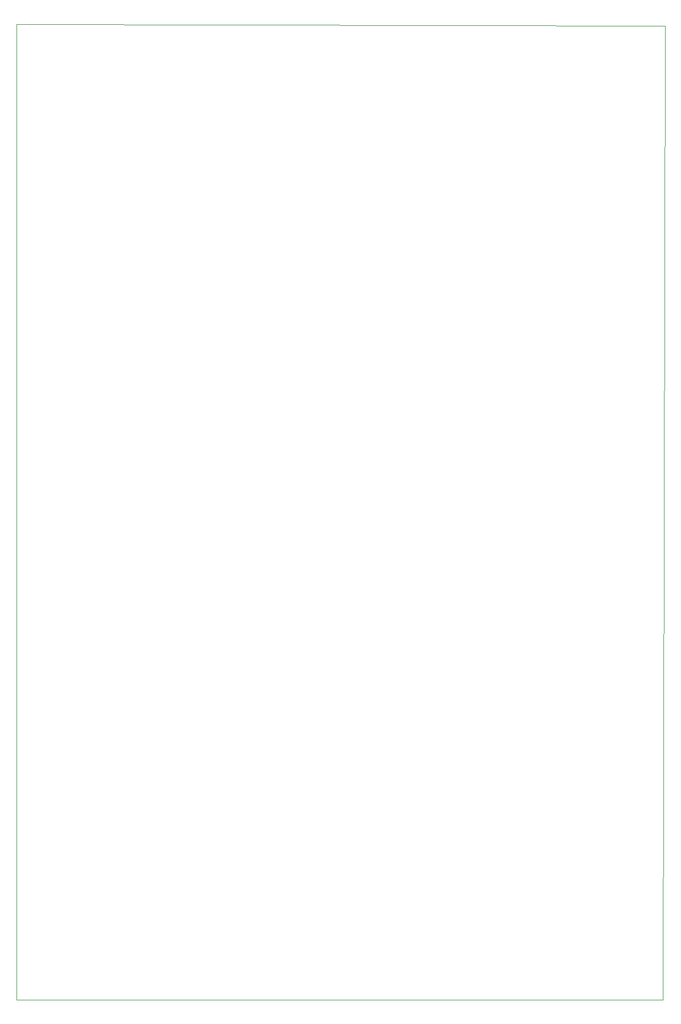
<source format=gm1>
G75*
%MOIN*%
%OFA0B0*%
%FSLAX25Y25*%
%IPPOS*%
%LPD*%
%AMOC8*
5,1,8,0,0,1.08239X$1,22.5*
%
%ADD10C,0.00000*%
D10*
X0052681Y0123847D02*
X0052681Y0714713D01*
X0446067Y0713650D01*
X0445004Y0123847D01*
X0052681Y0123847D01*
M02*

</source>
